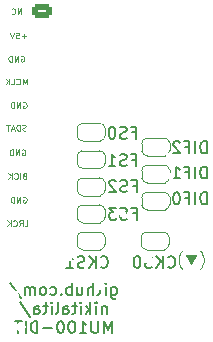
<source format=gbr>
%TF.GenerationSoftware,KiCad,Pcbnew,(6.0.1)*%
%TF.CreationDate,2022-07-06T21:26:52-07:00*%
%TF.ProjectId,mu100-dit,6d753130-302d-4646-9974-2e6b69636164,rev?*%
%TF.SameCoordinates,PX4a25ef0PY4c3f880*%
%TF.FileFunction,Legend,Bot*%
%TF.FilePolarity,Positive*%
%FSLAX46Y46*%
G04 Gerber Fmt 4.6, Leading zero omitted, Abs format (unit mm)*
G04 Created by KiCad (PCBNEW (6.0.1)) date 2022-07-06 21:26:52*
%MOMM*%
%LPD*%
G01*
G04 APERTURE LIST*
G04 Aperture macros list*
%AMRoundRect*
0 Rectangle with rounded corners*
0 $1 Rounding radius*
0 $2 $3 $4 $5 $6 $7 $8 $9 X,Y pos of 4 corners*
0 Add a 4 corners polygon primitive as box body*
4,1,4,$2,$3,$4,$5,$6,$7,$8,$9,$2,$3,0*
0 Add four circle primitives for the rounded corners*
1,1,$1+$1,$2,$3*
1,1,$1+$1,$4,$5*
1,1,$1+$1,$6,$7*
1,1,$1+$1,$8,$9*
0 Add four rect primitives between the rounded corners*
20,1,$1+$1,$2,$3,$4,$5,0*
20,1,$1+$1,$4,$5,$6,$7,0*
20,1,$1+$1,$6,$7,$8,$9,0*
20,1,$1+$1,$8,$9,$2,$3,0*%
%AMFreePoly0*
4,1,13,0.500000,-0.500000,0.000000,-0.500000,-0.095671,-0.480970,-0.176777,-0.426777,-0.230970,-0.345671,-0.250000,-0.250000,-0.250000,0.250000,-0.230970,0.345671,-0.176777,0.426777,-0.095671,0.480970,0.000000,0.500000,0.500000,0.500000,0.500000,-0.500000,0.500000,-0.500000,$1*%
G04 Aperture macros list end*
%ADD10C,0.125000*%
%ADD11C,0.150000*%
%ADD12C,0.100000*%
%ADD13C,0.120000*%
%ADD14RoundRect,0.250000X-0.625000X0.350000X-0.625000X-0.350000X0.625000X-0.350000X0.625000X0.350000X0*%
%ADD15O,1.750000X1.200000*%
%ADD16C,5.700000*%
%ADD17C,3.600000*%
%ADD18C,3.200000*%
%ADD19C,1.524000*%
%ADD20R,1.700000X1.700000*%
%ADD21O,1.700000X1.700000*%
%ADD22FreePoly0,0.000000*%
%ADD23FreePoly0,180.000000*%
%ADD24C,0.800000*%
%ADD25C,0.750000*%
%ADD26C,0.600000*%
G04 APERTURE END LIST*
D10*
X79260952Y-94372000D02*
X79308571Y-94348190D01*
X79380000Y-94348190D01*
X79451428Y-94372000D01*
X79499047Y-94419619D01*
X79522857Y-94467238D01*
X79546666Y-94562476D01*
X79546666Y-94633904D01*
X79522857Y-94729142D01*
X79499047Y-94776761D01*
X79451428Y-94824380D01*
X79380000Y-94848190D01*
X79332380Y-94848190D01*
X79260952Y-94824380D01*
X79237142Y-94800571D01*
X79237142Y-94633904D01*
X79332380Y-94633904D01*
X79022857Y-94848190D02*
X79022857Y-94348190D01*
X78737142Y-94848190D01*
X78737142Y-94348190D01*
X78499047Y-94848190D02*
X78499047Y-94348190D01*
X78380000Y-94348190D01*
X78308571Y-94372000D01*
X78260952Y-94419619D01*
X78237142Y-94467238D01*
X78213333Y-94562476D01*
X78213333Y-94633904D01*
X78237142Y-94729142D01*
X78260952Y-94776761D01*
X78308571Y-94824380D01*
X78380000Y-94848190D01*
X78499047Y-94848190D01*
X79460952Y-106302000D02*
X79508571Y-106278190D01*
X79580000Y-106278190D01*
X79651428Y-106302000D01*
X79699047Y-106349619D01*
X79722857Y-106397238D01*
X79746666Y-106492476D01*
X79746666Y-106563904D01*
X79722857Y-106659142D01*
X79699047Y-106706761D01*
X79651428Y-106754380D01*
X79580000Y-106778190D01*
X79532380Y-106778190D01*
X79460952Y-106754380D01*
X79437142Y-106730571D01*
X79437142Y-106563904D01*
X79532380Y-106563904D01*
X79222857Y-106778190D02*
X79222857Y-106278190D01*
X78937142Y-106778190D01*
X78937142Y-106278190D01*
X78699047Y-106778190D02*
X78699047Y-106278190D01*
X78580000Y-106278190D01*
X78508571Y-106302000D01*
X78460952Y-106349619D01*
X78437142Y-106397238D01*
X78413333Y-106492476D01*
X78413333Y-106563904D01*
X78437142Y-106659142D01*
X78460952Y-106706761D01*
X78508571Y-106754380D01*
X78580000Y-106778190D01*
X78699047Y-106778190D01*
X79575238Y-108778190D02*
X79813333Y-108778190D01*
X79813333Y-108278190D01*
X79122857Y-108778190D02*
X79289523Y-108540095D01*
X79408571Y-108778190D02*
X79408571Y-108278190D01*
X79218095Y-108278190D01*
X79170476Y-108302000D01*
X79146666Y-108325809D01*
X79122857Y-108373428D01*
X79122857Y-108444857D01*
X79146666Y-108492476D01*
X79170476Y-108516285D01*
X79218095Y-108540095D01*
X79408571Y-108540095D01*
X78622857Y-108730571D02*
X78646666Y-108754380D01*
X78718095Y-108778190D01*
X78765714Y-108778190D01*
X78837142Y-108754380D01*
X78884761Y-108706761D01*
X78908571Y-108659142D01*
X78932380Y-108563904D01*
X78932380Y-108492476D01*
X78908571Y-108397238D01*
X78884761Y-108349619D01*
X78837142Y-108302000D01*
X78765714Y-108278190D01*
X78718095Y-108278190D01*
X78646666Y-108302000D01*
X78622857Y-108325809D01*
X78408571Y-108778190D02*
X78408571Y-108278190D01*
X78122857Y-108778190D02*
X78337142Y-108492476D01*
X78122857Y-108278190D02*
X78408571Y-108563904D01*
D11*
X91722857Y-112209142D02*
X91770476Y-112256761D01*
X91913333Y-112304380D01*
X92008571Y-112304380D01*
X92151428Y-112256761D01*
X92246666Y-112161523D01*
X92294285Y-112066285D01*
X92341904Y-111875809D01*
X92341904Y-111732952D01*
X92294285Y-111542476D01*
X92246666Y-111447238D01*
X92151428Y-111352000D01*
X92008571Y-111304380D01*
X91913333Y-111304380D01*
X91770476Y-111352000D01*
X91722857Y-111399619D01*
X91294285Y-112304380D02*
X91294285Y-111304380D01*
X90722857Y-112304380D02*
X91151428Y-111732952D01*
X90722857Y-111304380D02*
X91294285Y-111875809D01*
X90341904Y-112256761D02*
X90199047Y-112304380D01*
X89960952Y-112304380D01*
X89865714Y-112256761D01*
X89818095Y-112209142D01*
X89770476Y-112113904D01*
X89770476Y-112018666D01*
X89818095Y-111923428D01*
X89865714Y-111875809D01*
X89960952Y-111828190D01*
X90151428Y-111780571D01*
X90246666Y-111732952D01*
X90294285Y-111685333D01*
X90341904Y-111590095D01*
X90341904Y-111494857D01*
X90294285Y-111399619D01*
X90246666Y-111352000D01*
X90151428Y-111304380D01*
X89913333Y-111304380D01*
X89770476Y-111352000D01*
X89151428Y-111304380D02*
X89056190Y-111304380D01*
X88960952Y-111352000D01*
X88913333Y-111399619D01*
X88865714Y-111494857D01*
X88818095Y-111685333D01*
X88818095Y-111923428D01*
X88865714Y-112113904D01*
X88913333Y-112209142D01*
X88960952Y-112256761D01*
X89056190Y-112304380D01*
X89151428Y-112304380D01*
X89246666Y-112256761D01*
X89294285Y-112209142D01*
X89341904Y-112113904D01*
X89389523Y-111923428D01*
X89389523Y-111685333D01*
X89341904Y-111494857D01*
X89294285Y-111399619D01*
X89246666Y-111352000D01*
X89151428Y-111304380D01*
D12*
X94441904Y-112385333D02*
X94489523Y-112337714D01*
X94584761Y-112194857D01*
X94632380Y-112099619D01*
X94680000Y-111956761D01*
X94727619Y-111718666D01*
X94727619Y-111528190D01*
X94680000Y-111290095D01*
X94632380Y-111147238D01*
X94584761Y-111052000D01*
X94489523Y-110909142D01*
X94441904Y-110861523D01*
X93299047Y-111290095D02*
X93299047Y-111242476D01*
X93346666Y-111385333D02*
X93346666Y-111242476D01*
X93394285Y-111480571D02*
X93394285Y-111242476D01*
X93441904Y-111575809D02*
X93441904Y-111242476D01*
X93489523Y-111623428D02*
X93489523Y-111242476D01*
X93537142Y-111718666D02*
X93537142Y-111242476D01*
X93584761Y-111813904D02*
X93584761Y-111242476D01*
X93632380Y-111909142D02*
X93632380Y-111242476D01*
X93680000Y-112004380D02*
X93680000Y-111242476D01*
X93727619Y-111909142D02*
X93727619Y-111242476D01*
X93775238Y-111813904D02*
X93775238Y-111242476D01*
X93822857Y-111718666D02*
X93822857Y-111242476D01*
X93870476Y-111623428D02*
X93870476Y-111242476D01*
X93918095Y-111575809D02*
X93918095Y-111242476D01*
X93965714Y-111480571D02*
X93965714Y-111242476D01*
X94013333Y-111385333D02*
X94013333Y-111242476D01*
X94060952Y-111242476D02*
X93680000Y-111956761D01*
X93299047Y-111242476D01*
X94060952Y-111290095D02*
X94060952Y-111242476D01*
X93680000Y-112004380D02*
X94108571Y-111242476D01*
X93251428Y-111242476D01*
X93680000Y-112004380D01*
X92918095Y-112385333D02*
X92870476Y-112337714D01*
X92775238Y-112194857D01*
X92727619Y-112099619D01*
X92680000Y-111956761D01*
X92632380Y-111718666D01*
X92632380Y-111528190D01*
X92680000Y-111290095D01*
X92727619Y-111147238D01*
X92775238Y-111052000D01*
X92870476Y-110909142D01*
X92918095Y-110861523D01*
D11*
X95004285Y-106904380D02*
X95004285Y-105904380D01*
X94766190Y-105904380D01*
X94623333Y-105952000D01*
X94528095Y-106047238D01*
X94480476Y-106142476D01*
X94432857Y-106332952D01*
X94432857Y-106475809D01*
X94480476Y-106666285D01*
X94528095Y-106761523D01*
X94623333Y-106856761D01*
X94766190Y-106904380D01*
X95004285Y-106904380D01*
X94004285Y-106904380D02*
X94004285Y-105904380D01*
X93194762Y-106380571D02*
X93528095Y-106380571D01*
X93528095Y-106904380D02*
X93528095Y-105904380D01*
X93051904Y-105904380D01*
X92480476Y-105904380D02*
X92385238Y-105904380D01*
X92290000Y-105952000D01*
X92242381Y-105999619D01*
X92194762Y-106094857D01*
X92147143Y-106285333D01*
X92147143Y-106523428D01*
X92194762Y-106713904D01*
X92242381Y-106809142D01*
X92290000Y-106856761D01*
X92385238Y-106904380D01*
X92480476Y-106904380D01*
X92575714Y-106856761D01*
X92623333Y-106809142D01*
X92670952Y-106713904D01*
X92718571Y-106523428D01*
X92718571Y-106285333D01*
X92670952Y-106094857D01*
X92623333Y-105999619D01*
X92575714Y-105952000D01*
X92480476Y-105904380D01*
X95004285Y-102599380D02*
X95004285Y-101599380D01*
X94766190Y-101599380D01*
X94623333Y-101647000D01*
X94528095Y-101742238D01*
X94480476Y-101837476D01*
X94432857Y-102027952D01*
X94432857Y-102170809D01*
X94480476Y-102361285D01*
X94528095Y-102456523D01*
X94623333Y-102551761D01*
X94766190Y-102599380D01*
X95004285Y-102599380D01*
X94004285Y-102599380D02*
X94004285Y-101599380D01*
X93194762Y-102075571D02*
X93528095Y-102075571D01*
X93528095Y-102599380D02*
X93528095Y-101599380D01*
X93051904Y-101599380D01*
X92718571Y-101694619D02*
X92670952Y-101647000D01*
X92575714Y-101599380D01*
X92337619Y-101599380D01*
X92242381Y-101647000D01*
X92194762Y-101694619D01*
X92147143Y-101789857D01*
X92147143Y-101885095D01*
X92194762Y-102027952D01*
X92766190Y-102599380D01*
X92147143Y-102599380D01*
D10*
X79749047Y-96778190D02*
X79749047Y-96278190D01*
X79582380Y-96635333D01*
X79415714Y-96278190D01*
X79415714Y-96778190D01*
X78891904Y-96730571D02*
X78915714Y-96754380D01*
X78987142Y-96778190D01*
X79034761Y-96778190D01*
X79106190Y-96754380D01*
X79153809Y-96706761D01*
X79177619Y-96659142D01*
X79201428Y-96563904D01*
X79201428Y-96492476D01*
X79177619Y-96397238D01*
X79153809Y-96349619D01*
X79106190Y-96302000D01*
X79034761Y-96278190D01*
X78987142Y-96278190D01*
X78915714Y-96302000D01*
X78891904Y-96325809D01*
X78439523Y-96778190D02*
X78677619Y-96778190D01*
X78677619Y-96278190D01*
X78272857Y-96778190D02*
X78272857Y-96278190D01*
X77987142Y-96778190D02*
X78201428Y-96492476D01*
X77987142Y-96278190D02*
X78272857Y-96563904D01*
X79563333Y-104516285D02*
X79491904Y-104540095D01*
X79468095Y-104563904D01*
X79444285Y-104611523D01*
X79444285Y-104682952D01*
X79468095Y-104730571D01*
X79491904Y-104754380D01*
X79539523Y-104778190D01*
X79730000Y-104778190D01*
X79730000Y-104278190D01*
X79563333Y-104278190D01*
X79515714Y-104302000D01*
X79491904Y-104325809D01*
X79468095Y-104373428D01*
X79468095Y-104421047D01*
X79491904Y-104468666D01*
X79515714Y-104492476D01*
X79563333Y-104516285D01*
X79730000Y-104516285D01*
X79230000Y-104778190D02*
X79230000Y-104278190D01*
X78706190Y-104730571D02*
X78730000Y-104754380D01*
X78801428Y-104778190D01*
X78849047Y-104778190D01*
X78920476Y-104754380D01*
X78968095Y-104706761D01*
X78991904Y-104659142D01*
X79015714Y-104563904D01*
X79015714Y-104492476D01*
X78991904Y-104397238D01*
X78968095Y-104349619D01*
X78920476Y-104302000D01*
X78849047Y-104278190D01*
X78801428Y-104278190D01*
X78730000Y-104302000D01*
X78706190Y-104325809D01*
X78491904Y-104778190D02*
X78491904Y-104278190D01*
X78206190Y-104778190D02*
X78420476Y-104492476D01*
X78206190Y-104278190D02*
X78491904Y-104563904D01*
X79360952Y-102302000D02*
X79408571Y-102278190D01*
X79480000Y-102278190D01*
X79551428Y-102302000D01*
X79599047Y-102349619D01*
X79622857Y-102397238D01*
X79646666Y-102492476D01*
X79646666Y-102563904D01*
X79622857Y-102659142D01*
X79599047Y-102706761D01*
X79551428Y-102754380D01*
X79480000Y-102778190D01*
X79432380Y-102778190D01*
X79360952Y-102754380D01*
X79337142Y-102730571D01*
X79337142Y-102563904D01*
X79432380Y-102563904D01*
X79122857Y-102778190D02*
X79122857Y-102278190D01*
X78837142Y-102778190D01*
X78837142Y-102278190D01*
X78599047Y-102778190D02*
X78599047Y-102278190D01*
X78480000Y-102278190D01*
X78408571Y-102302000D01*
X78360952Y-102349619D01*
X78337142Y-102397238D01*
X78313333Y-102492476D01*
X78313333Y-102563904D01*
X78337142Y-102659142D01*
X78360952Y-102706761D01*
X78408571Y-102754380D01*
X78480000Y-102778190D01*
X78599047Y-102778190D01*
D11*
X88729523Y-105350571D02*
X89062857Y-105350571D01*
X89062857Y-105874380D02*
X89062857Y-104874380D01*
X88586666Y-104874380D01*
X88253333Y-105826761D02*
X88110476Y-105874380D01*
X87872380Y-105874380D01*
X87777142Y-105826761D01*
X87729523Y-105779142D01*
X87681904Y-105683904D01*
X87681904Y-105588666D01*
X87729523Y-105493428D01*
X87777142Y-105445809D01*
X87872380Y-105398190D01*
X88062857Y-105350571D01*
X88158095Y-105302952D01*
X88205714Y-105255333D01*
X88253333Y-105160095D01*
X88253333Y-105064857D01*
X88205714Y-104969619D01*
X88158095Y-104922000D01*
X88062857Y-104874380D01*
X87824761Y-104874380D01*
X87681904Y-104922000D01*
X87300952Y-104969619D02*
X87253333Y-104922000D01*
X87158095Y-104874380D01*
X86920000Y-104874380D01*
X86824761Y-104922000D01*
X86777142Y-104969619D01*
X86729523Y-105064857D01*
X86729523Y-105160095D01*
X86777142Y-105302952D01*
X87348571Y-105874380D01*
X86729523Y-105874380D01*
D10*
X79460952Y-98302000D02*
X79508571Y-98278190D01*
X79580000Y-98278190D01*
X79651428Y-98302000D01*
X79699047Y-98349619D01*
X79722857Y-98397238D01*
X79746666Y-98492476D01*
X79746666Y-98563904D01*
X79722857Y-98659142D01*
X79699047Y-98706761D01*
X79651428Y-98754380D01*
X79580000Y-98778190D01*
X79532380Y-98778190D01*
X79460952Y-98754380D01*
X79437142Y-98730571D01*
X79437142Y-98563904D01*
X79532380Y-98563904D01*
X79222857Y-98778190D02*
X79222857Y-98278190D01*
X78937142Y-98778190D01*
X78937142Y-98278190D01*
X78699047Y-98778190D02*
X78699047Y-98278190D01*
X78580000Y-98278190D01*
X78508571Y-98302000D01*
X78460952Y-98349619D01*
X78437142Y-98397238D01*
X78413333Y-98492476D01*
X78413333Y-98563904D01*
X78437142Y-98659142D01*
X78460952Y-98706761D01*
X78508571Y-98754380D01*
X78580000Y-98778190D01*
X78699047Y-98778190D01*
D11*
X86906190Y-113927714D02*
X86906190Y-114737238D01*
X86953809Y-114832476D01*
X87001428Y-114880095D01*
X87096666Y-114927714D01*
X87239523Y-114927714D01*
X87334761Y-114880095D01*
X86906190Y-114546761D02*
X87001428Y-114594380D01*
X87191904Y-114594380D01*
X87287142Y-114546761D01*
X87334761Y-114499142D01*
X87382380Y-114403904D01*
X87382380Y-114118190D01*
X87334761Y-114022952D01*
X87287142Y-113975333D01*
X87191904Y-113927714D01*
X87001428Y-113927714D01*
X86906190Y-113975333D01*
X86430000Y-114594380D02*
X86430000Y-113927714D01*
X86430000Y-113594380D02*
X86477619Y-113642000D01*
X86430000Y-113689619D01*
X86382380Y-113642000D01*
X86430000Y-113594380D01*
X86430000Y-113689619D01*
X86096666Y-113927714D02*
X85715714Y-113927714D01*
X85953809Y-113594380D02*
X85953809Y-114451523D01*
X85906190Y-114546761D01*
X85810952Y-114594380D01*
X85715714Y-114594380D01*
X85382380Y-114594380D02*
X85382380Y-113594380D01*
X84953809Y-114594380D02*
X84953809Y-114070571D01*
X85001428Y-113975333D01*
X85096666Y-113927714D01*
X85239523Y-113927714D01*
X85334761Y-113975333D01*
X85382380Y-114022952D01*
X84049047Y-113927714D02*
X84049047Y-114594380D01*
X84477619Y-113927714D02*
X84477619Y-114451523D01*
X84430000Y-114546761D01*
X84334761Y-114594380D01*
X84191904Y-114594380D01*
X84096666Y-114546761D01*
X84049047Y-114499142D01*
X83572857Y-114594380D02*
X83572857Y-113594380D01*
X83572857Y-113975333D02*
X83477619Y-113927714D01*
X83287142Y-113927714D01*
X83191904Y-113975333D01*
X83144285Y-114022952D01*
X83096666Y-114118190D01*
X83096666Y-114403904D01*
X83144285Y-114499142D01*
X83191904Y-114546761D01*
X83287142Y-114594380D01*
X83477619Y-114594380D01*
X83572857Y-114546761D01*
X82668095Y-114499142D02*
X82620476Y-114546761D01*
X82668095Y-114594380D01*
X82715714Y-114546761D01*
X82668095Y-114499142D01*
X82668095Y-114594380D01*
X81763333Y-114546761D02*
X81858571Y-114594380D01*
X82049047Y-114594380D01*
X82144285Y-114546761D01*
X82191904Y-114499142D01*
X82239523Y-114403904D01*
X82239523Y-114118190D01*
X82191904Y-114022952D01*
X82144285Y-113975333D01*
X82049047Y-113927714D01*
X81858571Y-113927714D01*
X81763333Y-113975333D01*
X81191904Y-114594380D02*
X81287142Y-114546761D01*
X81334761Y-114499142D01*
X81382380Y-114403904D01*
X81382380Y-114118190D01*
X81334761Y-114022952D01*
X81287142Y-113975333D01*
X81191904Y-113927714D01*
X81049047Y-113927714D01*
X80953809Y-113975333D01*
X80906190Y-114022952D01*
X80858571Y-114118190D01*
X80858571Y-114403904D01*
X80906190Y-114499142D01*
X80953809Y-114546761D01*
X81049047Y-114594380D01*
X81191904Y-114594380D01*
X80430000Y-114594380D02*
X80430000Y-113927714D01*
X80430000Y-114022952D02*
X80382380Y-113975333D01*
X80287142Y-113927714D01*
X80144285Y-113927714D01*
X80049047Y-113975333D01*
X80001428Y-114070571D01*
X80001428Y-114594380D01*
X80001428Y-114070571D02*
X79953809Y-113975333D01*
X79858571Y-113927714D01*
X79715714Y-113927714D01*
X79620476Y-113975333D01*
X79572857Y-114070571D01*
X79572857Y-114594380D01*
X78382380Y-113546761D02*
X79239523Y-114832476D01*
X86525238Y-115537714D02*
X86525238Y-116204380D01*
X86525238Y-115632952D02*
X86477619Y-115585333D01*
X86382380Y-115537714D01*
X86239523Y-115537714D01*
X86144285Y-115585333D01*
X86096666Y-115680571D01*
X86096666Y-116204380D01*
X85620476Y-116204380D02*
X85620476Y-115537714D01*
X85620476Y-115204380D02*
X85668095Y-115252000D01*
X85620476Y-115299619D01*
X85572857Y-115252000D01*
X85620476Y-115204380D01*
X85620476Y-115299619D01*
X85144285Y-116204380D02*
X85144285Y-115204380D01*
X85049047Y-115823428D02*
X84763333Y-116204380D01*
X84763333Y-115537714D02*
X85144285Y-115918666D01*
X84334761Y-116204380D02*
X84334761Y-115537714D01*
X84334761Y-115204380D02*
X84382380Y-115252000D01*
X84334761Y-115299619D01*
X84287142Y-115252000D01*
X84334761Y-115204380D01*
X84334761Y-115299619D01*
X84001428Y-115537714D02*
X83620476Y-115537714D01*
X83858571Y-115204380D02*
X83858571Y-116061523D01*
X83810952Y-116156761D01*
X83715714Y-116204380D01*
X83620476Y-116204380D01*
X82858571Y-116204380D02*
X82858571Y-115680571D01*
X82906190Y-115585333D01*
X83001428Y-115537714D01*
X83191904Y-115537714D01*
X83287142Y-115585333D01*
X82858571Y-116156761D02*
X82953809Y-116204380D01*
X83191904Y-116204380D01*
X83287142Y-116156761D01*
X83334761Y-116061523D01*
X83334761Y-115966285D01*
X83287142Y-115871047D01*
X83191904Y-115823428D01*
X82953809Y-115823428D01*
X82858571Y-115775809D01*
X82239523Y-116204380D02*
X82334761Y-116156761D01*
X82382380Y-116061523D01*
X82382380Y-115204380D01*
X81858571Y-116204380D02*
X81858571Y-115537714D01*
X81858571Y-115204380D02*
X81906190Y-115252000D01*
X81858571Y-115299619D01*
X81810952Y-115252000D01*
X81858571Y-115204380D01*
X81858571Y-115299619D01*
X81525238Y-115537714D02*
X81144285Y-115537714D01*
X81382380Y-115204380D02*
X81382380Y-116061523D01*
X81334761Y-116156761D01*
X81239523Y-116204380D01*
X81144285Y-116204380D01*
X80382380Y-116204380D02*
X80382380Y-115680571D01*
X80430000Y-115585333D01*
X80525238Y-115537714D01*
X80715714Y-115537714D01*
X80810952Y-115585333D01*
X80382380Y-116156761D02*
X80477619Y-116204380D01*
X80715714Y-116204380D01*
X80810952Y-116156761D01*
X80858571Y-116061523D01*
X80858571Y-115966285D01*
X80810952Y-115871047D01*
X80715714Y-115823428D01*
X80477619Y-115823428D01*
X80382380Y-115775809D01*
X79191904Y-115156761D02*
X80049047Y-116442476D01*
X86953809Y-117814380D02*
X86953809Y-116814380D01*
X86620476Y-117528666D01*
X86287142Y-116814380D01*
X86287142Y-117814380D01*
X85810952Y-116814380D02*
X85810952Y-117623904D01*
X85763333Y-117719142D01*
X85715714Y-117766761D01*
X85620476Y-117814380D01*
X85430000Y-117814380D01*
X85334761Y-117766761D01*
X85287142Y-117719142D01*
X85239523Y-117623904D01*
X85239523Y-116814380D01*
X84239523Y-117814380D02*
X84810952Y-117814380D01*
X84525238Y-117814380D02*
X84525238Y-116814380D01*
X84620476Y-116957238D01*
X84715714Y-117052476D01*
X84810952Y-117100095D01*
X83620476Y-116814380D02*
X83525238Y-116814380D01*
X83430000Y-116862000D01*
X83382380Y-116909619D01*
X83334761Y-117004857D01*
X83287142Y-117195333D01*
X83287142Y-117433428D01*
X83334761Y-117623904D01*
X83382380Y-117719142D01*
X83430000Y-117766761D01*
X83525238Y-117814380D01*
X83620476Y-117814380D01*
X83715714Y-117766761D01*
X83763333Y-117719142D01*
X83810952Y-117623904D01*
X83858571Y-117433428D01*
X83858571Y-117195333D01*
X83810952Y-117004857D01*
X83763333Y-116909619D01*
X83715714Y-116862000D01*
X83620476Y-116814380D01*
X82668095Y-116814380D02*
X82572857Y-116814380D01*
X82477619Y-116862000D01*
X82430000Y-116909619D01*
X82382380Y-117004857D01*
X82334761Y-117195333D01*
X82334761Y-117433428D01*
X82382380Y-117623904D01*
X82430000Y-117719142D01*
X82477619Y-117766761D01*
X82572857Y-117814380D01*
X82668095Y-117814380D01*
X82763333Y-117766761D01*
X82810952Y-117719142D01*
X82858571Y-117623904D01*
X82906190Y-117433428D01*
X82906190Y-117195333D01*
X82858571Y-117004857D01*
X82810952Y-116909619D01*
X82763333Y-116862000D01*
X82668095Y-116814380D01*
X81906190Y-117433428D02*
X81144285Y-117433428D01*
X80668095Y-117814380D02*
X80668095Y-116814380D01*
X80430000Y-116814380D01*
X80287142Y-116862000D01*
X80191904Y-116957238D01*
X80144285Y-117052476D01*
X80096666Y-117242952D01*
X80096666Y-117385809D01*
X80144285Y-117576285D01*
X80191904Y-117671523D01*
X80287142Y-117766761D01*
X80430000Y-117814380D01*
X80668095Y-117814380D01*
X79668095Y-117814380D02*
X79668095Y-116814380D01*
X79334761Y-116814380D02*
X78763333Y-116814380D01*
X79049047Y-117814380D02*
X79049047Y-116814380D01*
X88689523Y-100840571D02*
X89022857Y-100840571D01*
X89022857Y-101364380D02*
X89022857Y-100364380D01*
X88546666Y-100364380D01*
X88213333Y-101316761D02*
X88070476Y-101364380D01*
X87832380Y-101364380D01*
X87737142Y-101316761D01*
X87689523Y-101269142D01*
X87641904Y-101173904D01*
X87641904Y-101078666D01*
X87689523Y-100983428D01*
X87737142Y-100935809D01*
X87832380Y-100888190D01*
X88022857Y-100840571D01*
X88118095Y-100792952D01*
X88165714Y-100745333D01*
X88213333Y-100650095D01*
X88213333Y-100554857D01*
X88165714Y-100459619D01*
X88118095Y-100412000D01*
X88022857Y-100364380D01*
X87784761Y-100364380D01*
X87641904Y-100412000D01*
X87022857Y-100364380D02*
X86927619Y-100364380D01*
X86832380Y-100412000D01*
X86784761Y-100459619D01*
X86737142Y-100554857D01*
X86689523Y-100745333D01*
X86689523Y-100983428D01*
X86737142Y-101173904D01*
X86784761Y-101269142D01*
X86832380Y-101316761D01*
X86927619Y-101364380D01*
X87022857Y-101364380D01*
X87118095Y-101316761D01*
X87165714Y-101269142D01*
X87213333Y-101173904D01*
X87260952Y-100983428D01*
X87260952Y-100745333D01*
X87213333Y-100554857D01*
X87165714Y-100459619D01*
X87118095Y-100412000D01*
X87022857Y-100364380D01*
D10*
X79677619Y-100654380D02*
X79606190Y-100678190D01*
X79487142Y-100678190D01*
X79439523Y-100654380D01*
X79415714Y-100630571D01*
X79391904Y-100582952D01*
X79391904Y-100535333D01*
X79415714Y-100487714D01*
X79439523Y-100463904D01*
X79487142Y-100440095D01*
X79582380Y-100416285D01*
X79630000Y-100392476D01*
X79653809Y-100368666D01*
X79677619Y-100321047D01*
X79677619Y-100273428D01*
X79653809Y-100225809D01*
X79630000Y-100202000D01*
X79582380Y-100178190D01*
X79463333Y-100178190D01*
X79391904Y-100202000D01*
X79177619Y-100678190D02*
X79177619Y-100178190D01*
X79058571Y-100178190D01*
X78987142Y-100202000D01*
X78939523Y-100249619D01*
X78915714Y-100297238D01*
X78891904Y-100392476D01*
X78891904Y-100463904D01*
X78915714Y-100559142D01*
X78939523Y-100606761D01*
X78987142Y-100654380D01*
X79058571Y-100678190D01*
X79177619Y-100678190D01*
X78701428Y-100535333D02*
X78463333Y-100535333D01*
X78749047Y-100678190D02*
X78582380Y-100178190D01*
X78415714Y-100678190D01*
X78320476Y-100178190D02*
X78034761Y-100178190D01*
X78177619Y-100678190D02*
X78177619Y-100178190D01*
X79722857Y-92687714D02*
X79341904Y-92687714D01*
X79532380Y-92878190D02*
X79532380Y-92497238D01*
X78865714Y-92378190D02*
X79103809Y-92378190D01*
X79127619Y-92616285D01*
X79103809Y-92592476D01*
X79056190Y-92568666D01*
X78937142Y-92568666D01*
X78889523Y-92592476D01*
X78865714Y-92616285D01*
X78841904Y-92663904D01*
X78841904Y-92782952D01*
X78865714Y-92830571D01*
X78889523Y-92854380D01*
X78937142Y-92878190D01*
X79056190Y-92878190D01*
X79103809Y-92854380D01*
X79127619Y-92830571D01*
X78699047Y-92378190D02*
X78532380Y-92878190D01*
X78365714Y-92378190D01*
X79282857Y-90826190D02*
X79282857Y-90326190D01*
X78997142Y-90826190D01*
X78997142Y-90326190D01*
X78473333Y-90778571D02*
X78497142Y-90802380D01*
X78568571Y-90826190D01*
X78616190Y-90826190D01*
X78687619Y-90802380D01*
X78735238Y-90754761D01*
X78759047Y-90707142D01*
X78782857Y-90611904D01*
X78782857Y-90540476D01*
X78759047Y-90445238D01*
X78735238Y-90397619D01*
X78687619Y-90350000D01*
X78616190Y-90326190D01*
X78568571Y-90326190D01*
X78497142Y-90350000D01*
X78473333Y-90373809D01*
D11*
X95004285Y-104729380D02*
X95004285Y-103729380D01*
X94766190Y-103729380D01*
X94623333Y-103777000D01*
X94528095Y-103872238D01*
X94480476Y-103967476D01*
X94432857Y-104157952D01*
X94432857Y-104300809D01*
X94480476Y-104491285D01*
X94528095Y-104586523D01*
X94623333Y-104681761D01*
X94766190Y-104729380D01*
X95004285Y-104729380D01*
X94004285Y-104729380D02*
X94004285Y-103729380D01*
X93194762Y-104205571D02*
X93528095Y-104205571D01*
X93528095Y-104729380D02*
X93528095Y-103729380D01*
X93051904Y-103729380D01*
X92147143Y-104729380D02*
X92718571Y-104729380D01*
X92432857Y-104729380D02*
X92432857Y-103729380D01*
X92528095Y-103872238D01*
X92623333Y-103967476D01*
X92718571Y-104015095D01*
X88719523Y-107690571D02*
X89052857Y-107690571D01*
X89052857Y-108214380D02*
X89052857Y-107214380D01*
X88576666Y-107214380D01*
X88243333Y-108166761D02*
X88100476Y-108214380D01*
X87862380Y-108214380D01*
X87767142Y-108166761D01*
X87719523Y-108119142D01*
X87671904Y-108023904D01*
X87671904Y-107928666D01*
X87719523Y-107833428D01*
X87767142Y-107785809D01*
X87862380Y-107738190D01*
X88052857Y-107690571D01*
X88148095Y-107642952D01*
X88195714Y-107595333D01*
X88243333Y-107500095D01*
X88243333Y-107404857D01*
X88195714Y-107309619D01*
X88148095Y-107262000D01*
X88052857Y-107214380D01*
X87814761Y-107214380D01*
X87671904Y-107262000D01*
X87338571Y-107214380D02*
X86719523Y-107214380D01*
X87052857Y-107595333D01*
X86910000Y-107595333D01*
X86814761Y-107642952D01*
X86767142Y-107690571D01*
X86719523Y-107785809D01*
X86719523Y-108023904D01*
X86767142Y-108119142D01*
X86814761Y-108166761D01*
X86910000Y-108214380D01*
X87195714Y-108214380D01*
X87290952Y-108166761D01*
X87338571Y-108119142D01*
X86022857Y-112209142D02*
X86070476Y-112256761D01*
X86213333Y-112304380D01*
X86308571Y-112304380D01*
X86451428Y-112256761D01*
X86546666Y-112161523D01*
X86594285Y-112066285D01*
X86641904Y-111875809D01*
X86641904Y-111732952D01*
X86594285Y-111542476D01*
X86546666Y-111447238D01*
X86451428Y-111352000D01*
X86308571Y-111304380D01*
X86213333Y-111304380D01*
X86070476Y-111352000D01*
X86022857Y-111399619D01*
X85594285Y-112304380D02*
X85594285Y-111304380D01*
X85022857Y-112304380D02*
X85451428Y-111732952D01*
X85022857Y-111304380D02*
X85594285Y-111875809D01*
X84641904Y-112256761D02*
X84499047Y-112304380D01*
X84260952Y-112304380D01*
X84165714Y-112256761D01*
X84118095Y-112209142D01*
X84070476Y-112113904D01*
X84070476Y-112018666D01*
X84118095Y-111923428D01*
X84165714Y-111875809D01*
X84260952Y-111828190D01*
X84451428Y-111780571D01*
X84546666Y-111732952D01*
X84594285Y-111685333D01*
X84641904Y-111590095D01*
X84641904Y-111494857D01*
X84594285Y-111399619D01*
X84546666Y-111352000D01*
X84451428Y-111304380D01*
X84213333Y-111304380D01*
X84070476Y-111352000D01*
X83118095Y-112304380D02*
X83689523Y-112304380D01*
X83403809Y-112304380D02*
X83403809Y-111304380D01*
X83499047Y-111447238D01*
X83594285Y-111542476D01*
X83689523Y-111590095D01*
X88689523Y-103140571D02*
X89022857Y-103140571D01*
X89022857Y-103664380D02*
X89022857Y-102664380D01*
X88546666Y-102664380D01*
X88213333Y-103616761D02*
X88070476Y-103664380D01*
X87832380Y-103664380D01*
X87737142Y-103616761D01*
X87689523Y-103569142D01*
X87641904Y-103473904D01*
X87641904Y-103378666D01*
X87689523Y-103283428D01*
X87737142Y-103235809D01*
X87832380Y-103188190D01*
X88022857Y-103140571D01*
X88118095Y-103092952D01*
X88165714Y-103045333D01*
X88213333Y-102950095D01*
X88213333Y-102854857D01*
X88165714Y-102759619D01*
X88118095Y-102712000D01*
X88022857Y-102664380D01*
X87784761Y-102664380D01*
X87641904Y-102712000D01*
X86689523Y-103664380D02*
X87260952Y-103664380D01*
X86975238Y-103664380D02*
X86975238Y-102664380D01*
X87070476Y-102807238D01*
X87165714Y-102902476D01*
X87260952Y-102950095D01*
D13*
%TO.C,JP3*%
X84020000Y-105172000D02*
X84020000Y-105772000D01*
X84510000Y-106182000D02*
X85970000Y-106182000D01*
X85910000Y-104682000D02*
X84430000Y-104682000D01*
X86397060Y-105689661D02*
X86397060Y-105089661D01*
X85989342Y-106177081D02*
G75*
G03*
X86399342Y-105687081I-72338J477059D01*
G01*
X84427718Y-104684580D02*
G75*
G03*
X84017718Y-105174580I72338J-477059D01*
G01*
X86397060Y-105089661D02*
G75*
G03*
X85907060Y-104679661I-477059J-72338D01*
G01*
X84020000Y-105772000D02*
G75*
G03*
X84510000Y-106182000I477059J72338D01*
G01*
%TO.C,JP9*%
X85910000Y-109272000D02*
X84430000Y-109272000D01*
X84510000Y-110772000D02*
X85970000Y-110772000D01*
X86397060Y-110279661D02*
X86397060Y-109679661D01*
X84020000Y-109762000D02*
X84020000Y-110362000D01*
X86397060Y-109679661D02*
G75*
G03*
X85907060Y-109269661I-477059J-72338D01*
G01*
X85989342Y-110767081D02*
G75*
G03*
X86399342Y-110277081I-72338J477059D01*
G01*
X84427718Y-109274580D02*
G75*
G03*
X84017718Y-109764580I72338J-477059D01*
G01*
X84020000Y-110362000D02*
G75*
G03*
X84510000Y-110772000I477059J72338D01*
G01*
%TO.C,JP2*%
X84510000Y-103887000D02*
X85970000Y-103887000D01*
X86397060Y-103394661D02*
X86397060Y-102794661D01*
X85910000Y-102387000D02*
X84430000Y-102387000D01*
X84020000Y-102877000D02*
X84020000Y-103477000D01*
X86397060Y-102794661D02*
G75*
G03*
X85907060Y-102384661I-477059J-72338D01*
G01*
X84020000Y-103477000D02*
G75*
G03*
X84510000Y-103887000I477059J72338D01*
G01*
X85989342Y-103882081D02*
G75*
G03*
X86399342Y-103392081I-72338J477059D01*
G01*
X84427718Y-102389580D02*
G75*
G03*
X84017718Y-102879580I72338J-477059D01*
G01*
%TO.C,JP7*%
X91380000Y-101307000D02*
X89900000Y-101307000D01*
X91867060Y-102314661D02*
X91867060Y-101714661D01*
X89490000Y-101797000D02*
X89490000Y-102397000D01*
X89980000Y-102807000D02*
X91440000Y-102807000D01*
X89897718Y-101309580D02*
G75*
G03*
X89487718Y-101799580I72338J-477059D01*
G01*
X89490000Y-102397000D02*
G75*
G03*
X89980000Y-102807000I477059J72338D01*
G01*
X91459342Y-102802081D02*
G75*
G03*
X91869342Y-102312081I-72338J477059D01*
G01*
X91867060Y-101714661D02*
G75*
G03*
X91377060Y-101304661I-477059J-72338D01*
G01*
%TO.C,JP1*%
X84510000Y-101562000D02*
X85970000Y-101562000D01*
X86397060Y-101069661D02*
X86397060Y-100469661D01*
X84020000Y-100552000D02*
X84020000Y-101152000D01*
X85910000Y-100062000D02*
X84430000Y-100062000D01*
X84427718Y-100064580D02*
G75*
G03*
X84017718Y-100554580I72338J-477059D01*
G01*
X86397060Y-100469661D02*
G75*
G03*
X85907060Y-100059661I-477059J-72338D01*
G01*
X84020000Y-101152000D02*
G75*
G03*
X84510000Y-101562000I477059J72338D01*
G01*
X85989342Y-101557081D02*
G75*
G03*
X86399342Y-101067081I-72338J477059D01*
G01*
%TO.C,JP6*%
X89980000Y-105102000D02*
X91440000Y-105102000D01*
X89490000Y-104092000D02*
X89490000Y-104692000D01*
X91867060Y-104609661D02*
X91867060Y-104009661D01*
X91380000Y-103602000D02*
X89900000Y-103602000D01*
X89490000Y-104692000D02*
G75*
G03*
X89980000Y-105102000I477059J72338D01*
G01*
X91867060Y-104009661D02*
G75*
G03*
X91377060Y-103599661I-477059J-72338D01*
G01*
X91459342Y-105097081D02*
G75*
G03*
X91869342Y-104607081I-72338J477059D01*
G01*
X89897718Y-103604580D02*
G75*
G03*
X89487718Y-104094580I72338J-477059D01*
G01*
%TO.C,JP8*%
X89440000Y-109762000D02*
X89440000Y-110362000D01*
X91817060Y-110279661D02*
X91817060Y-109679661D01*
X91330000Y-109272000D02*
X89850000Y-109272000D01*
X89930000Y-110772000D02*
X91390000Y-110772000D01*
X89847718Y-109274580D02*
G75*
G03*
X89437718Y-109764580I72338J-477059D01*
G01*
X89440000Y-110362000D02*
G75*
G03*
X89930000Y-110772000I477059J72338D01*
G01*
X91409342Y-110767081D02*
G75*
G03*
X91819342Y-110277081I-72338J477059D01*
G01*
X91817060Y-109679661D02*
G75*
G03*
X91327060Y-109269661I-477059J-72338D01*
G01*
%TO.C,JP5*%
X89490000Y-106387000D02*
X89490000Y-106987000D01*
X91380000Y-105897000D02*
X89900000Y-105897000D01*
X89980000Y-107397000D02*
X91440000Y-107397000D01*
X91867060Y-106904661D02*
X91867060Y-106304661D01*
X89897718Y-105899580D02*
G75*
G03*
X89487718Y-106389580I72338J-477059D01*
G01*
X91459342Y-107392081D02*
G75*
G03*
X91869342Y-106902081I-72338J477059D01*
G01*
X91867060Y-106304661D02*
G75*
G03*
X91377060Y-105894661I-477059J-72338D01*
G01*
X89490000Y-106987000D02*
G75*
G03*
X89980000Y-107397000I477059J72338D01*
G01*
%TO.C,JP4*%
X84020000Y-107467000D02*
X84020000Y-108067000D01*
X84510000Y-108477000D02*
X85970000Y-108477000D01*
X85910000Y-106977000D02*
X84430000Y-106977000D01*
X86397060Y-107984661D02*
X86397060Y-107384661D01*
X84020000Y-108067000D02*
G75*
G03*
X84510000Y-108477000I477059J72338D01*
G01*
X84427718Y-106979580D02*
G75*
G03*
X84017718Y-107469580I72338J-477059D01*
G01*
X85989342Y-108472081D02*
G75*
G03*
X86399342Y-107982081I-72338J477059D01*
G01*
X86397060Y-107384661D02*
G75*
G03*
X85907060Y-106974661I-477059J-72338D01*
G01*
%TD*%
%LPC*%
D14*
%TO.C,J1*%
X81030000Y-90572000D03*
D15*
X81030000Y-92572000D03*
X81030000Y-94572000D03*
X81030000Y-96572000D03*
X81030000Y-98572000D03*
X81030000Y-100572000D03*
X81030000Y-102572000D03*
X81030000Y-104572000D03*
X81030000Y-106572000D03*
X81030000Y-108572000D03*
%TD*%
D16*
%TO.C,H1*%
X91350000Y-83452000D03*
D17*
X91350000Y-83452000D03*
%TD*%
D18*
%TO.C,U1*%
X90430000Y-89992000D03*
X90430000Y-97612000D03*
D19*
X86620000Y-91262000D03*
X86620000Y-93802000D03*
X86620000Y-96342000D03*
%TD*%
D16*
%TO.C,H2*%
X91350000Y-116452000D03*
D17*
X91350000Y-116452000D03*
%TD*%
D20*
%TO.C,J2*%
X80510000Y-85675000D03*
D21*
X80510000Y-83135000D03*
%TD*%
D22*
%TO.C,JP3*%
X84560000Y-105442000D03*
D23*
X85860000Y-105442000D03*
%TD*%
D22*
%TO.C,JP9*%
X84560000Y-110032000D03*
D23*
X85860000Y-110032000D03*
%TD*%
D22*
%TO.C,JP2*%
X84560000Y-103147000D03*
D23*
X85860000Y-103147000D03*
%TD*%
D22*
%TO.C,JP7*%
X90030000Y-102067000D03*
D23*
X91330000Y-102067000D03*
%TD*%
D22*
%TO.C,JP1*%
X84560000Y-100822000D03*
D23*
X85860000Y-100822000D03*
%TD*%
D22*
%TO.C,JP6*%
X90030000Y-104362000D03*
D23*
X91330000Y-104362000D03*
%TD*%
D22*
%TO.C,JP8*%
X89980000Y-110032000D03*
D23*
X91280000Y-110032000D03*
%TD*%
D22*
%TO.C,JP5*%
X90030000Y-106657000D03*
D23*
X91330000Y-106657000D03*
%TD*%
D22*
%TO.C,JP4*%
X84560000Y-107737000D03*
D23*
X85860000Y-107737000D03*
%TD*%
D24*
X88110000Y-113772000D03*
X87480000Y-111482000D03*
X90030000Y-111532000D03*
X81763200Y-88054600D03*
X87500000Y-99482000D03*
D25*
X83300000Y-96802600D03*
X83990000Y-101972000D03*
D24*
X85930000Y-113752000D03*
X92750000Y-99122000D03*
D25*
X83300000Y-99738600D03*
D24*
X84060000Y-92542000D03*
X79248600Y-117290000D03*
X87850000Y-87882000D03*
X78715200Y-114623000D03*
D25*
X83300000Y-95352000D03*
X83300000Y-98270600D03*
D24*
X92430000Y-95692000D03*
X85300000Y-98872000D03*
X89130000Y-92702000D03*
X87910000Y-81082000D03*
D26*
X83330000Y-111502000D03*
X83980000Y-104232000D03*
X87889978Y-106829600D03*
X87877200Y-107744000D03*
X87885439Y-108751761D03*
X87877200Y-109674400D03*
D24*
X83846000Y-87978400D03*
D26*
X91999400Y-105388927D03*
X91999400Y-104564600D03*
X91839600Y-102841800D03*
X90925200Y-109003500D03*
X91915800Y-108379000D03*
M02*

</source>
